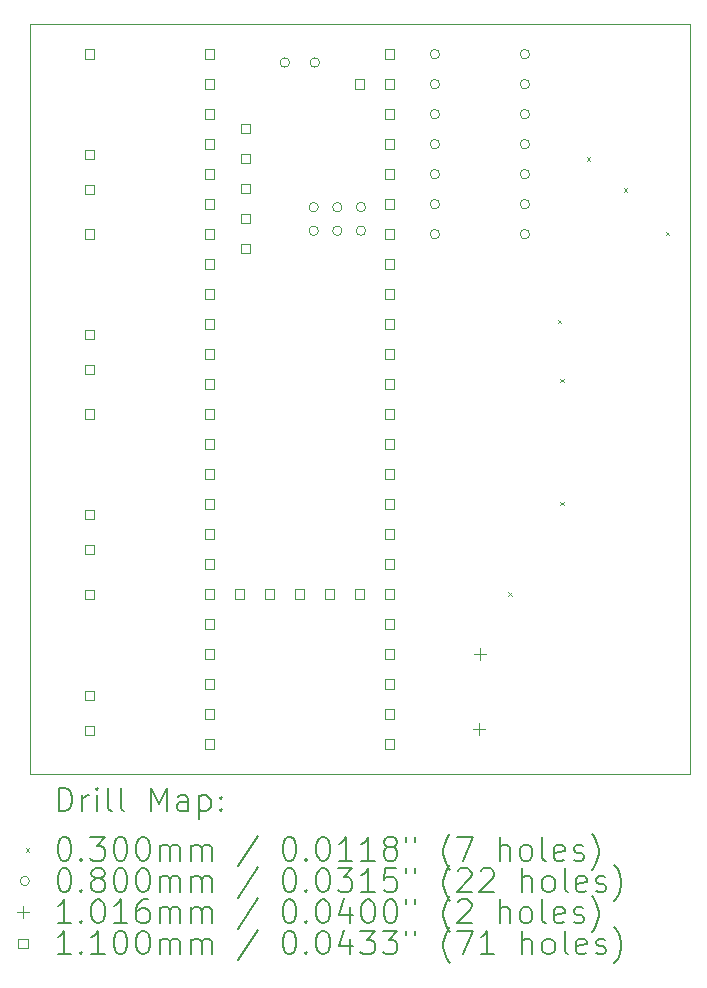
<source format=gbr>
%TF.GenerationSoftware,KiCad,Pcbnew,7.0.2-0*%
%TF.CreationDate,2023-11-13T17:50:50-05:00*%
%TF.ProjectId,Euro Power CV Shield,4575726f-2050-46f7-9765-722043562053,rev?*%
%TF.SameCoordinates,Original*%
%TF.FileFunction,Drillmap*%
%TF.FilePolarity,Positive*%
%FSLAX45Y45*%
G04 Gerber Fmt 4.5, Leading zero omitted, Abs format (unit mm)*
G04 Created by KiCad (PCBNEW 7.0.2-0) date 2023-11-13 17:50:50*
%MOMM*%
%LPD*%
G01*
G04 APERTURE LIST*
%ADD10C,0.050000*%
%ADD11C,0.200000*%
%ADD12C,0.030000*%
%ADD13C,0.080000*%
%ADD14C,0.101600*%
%ADD15C,0.110000*%
G04 APERTURE END LIST*
D10*
X10414000Y-7366000D02*
X16002000Y-7366000D01*
X16002000Y-13716000D01*
X10414000Y-13716000D01*
X10414000Y-7366000D01*
D11*
D12*
X14463000Y-12177000D02*
X14493000Y-12207000D01*
X14493000Y-12177000D02*
X14463000Y-12207000D01*
X14883720Y-9868910D02*
X14913720Y-9898910D01*
X14913720Y-9868910D02*
X14883720Y-9898910D01*
X14904650Y-10368000D02*
X14934650Y-10398000D01*
X14934650Y-10368000D02*
X14904650Y-10398000D01*
X14905550Y-11411170D02*
X14935550Y-11441170D01*
X14935550Y-11411170D02*
X14905550Y-11441170D01*
X15131550Y-8496000D02*
X15161550Y-8526000D01*
X15161550Y-8496000D02*
X15131550Y-8526000D01*
X15442560Y-8754770D02*
X15472560Y-8784770D01*
X15472560Y-8754770D02*
X15442560Y-8784770D01*
X15797880Y-9126230D02*
X15827880Y-9156230D01*
X15827880Y-9126230D02*
X15797880Y-9156230D01*
D13*
X12613000Y-7693000D02*
G75*
G03*
X12613000Y-7693000I-40000J0D01*
G01*
X12858160Y-8917000D02*
G75*
G03*
X12858160Y-8917000I-40000J0D01*
G01*
X12858160Y-9117000D02*
G75*
G03*
X12858160Y-9117000I-40000J0D01*
G01*
X12867000Y-7693000D02*
G75*
G03*
X12867000Y-7693000I-40000J0D01*
G01*
X13058160Y-8917000D02*
G75*
G03*
X13058160Y-8917000I-40000J0D01*
G01*
X13058160Y-9117000D02*
G75*
G03*
X13058160Y-9117000I-40000J0D01*
G01*
X13258160Y-8917000D02*
G75*
G03*
X13258160Y-8917000I-40000J0D01*
G01*
X13258160Y-9117000D02*
G75*
G03*
X13258160Y-9117000I-40000J0D01*
G01*
X13884000Y-7622000D02*
G75*
G03*
X13884000Y-7622000I-40000J0D01*
G01*
X13884000Y-7876000D02*
G75*
G03*
X13884000Y-7876000I-40000J0D01*
G01*
X13884000Y-8130000D02*
G75*
G03*
X13884000Y-8130000I-40000J0D01*
G01*
X13884000Y-8384000D02*
G75*
G03*
X13884000Y-8384000I-40000J0D01*
G01*
X13884000Y-8638000D02*
G75*
G03*
X13884000Y-8638000I-40000J0D01*
G01*
X13884000Y-8892000D02*
G75*
G03*
X13884000Y-8892000I-40000J0D01*
G01*
X13884000Y-9146000D02*
G75*
G03*
X13884000Y-9146000I-40000J0D01*
G01*
X14646000Y-7622000D02*
G75*
G03*
X14646000Y-7622000I-40000J0D01*
G01*
X14646000Y-7876000D02*
G75*
G03*
X14646000Y-7876000I-40000J0D01*
G01*
X14646000Y-8130000D02*
G75*
G03*
X14646000Y-8130000I-40000J0D01*
G01*
X14646000Y-8384000D02*
G75*
G03*
X14646000Y-8384000I-40000J0D01*
G01*
X14646000Y-8638000D02*
G75*
G03*
X14646000Y-8638000I-40000J0D01*
G01*
X14646000Y-8892000D02*
G75*
G03*
X14646000Y-8892000I-40000J0D01*
G01*
X14646000Y-9146000D02*
G75*
G03*
X14646000Y-9146000I-40000J0D01*
G01*
D14*
X14215440Y-13281120D02*
X14215440Y-13382720D01*
X14164640Y-13331920D02*
X14266240Y-13331920D01*
X14224000Y-12649200D02*
X14224000Y-12750800D01*
X14173200Y-12700000D02*
X14274800Y-12700000D01*
D15*
X10960891Y-7658891D02*
X10960891Y-7581109D01*
X10883109Y-7581109D01*
X10883109Y-7658891D01*
X10960891Y-7658891D01*
X10960891Y-8508891D02*
X10960891Y-8431109D01*
X10883109Y-8431109D01*
X10883109Y-8508891D01*
X10960891Y-8508891D01*
X10960891Y-8808891D02*
X10960891Y-8731109D01*
X10883109Y-8731109D01*
X10883109Y-8808891D01*
X10960891Y-8808891D01*
X10960891Y-9182891D02*
X10960891Y-9105109D01*
X10883109Y-9105109D01*
X10883109Y-9182891D01*
X10960891Y-9182891D01*
X10960891Y-10032891D02*
X10960891Y-9955109D01*
X10883109Y-9955109D01*
X10883109Y-10032891D01*
X10960891Y-10032891D01*
X10960891Y-10332891D02*
X10960891Y-10255109D01*
X10883109Y-10255109D01*
X10883109Y-10332891D01*
X10960891Y-10332891D01*
X10960891Y-10706891D02*
X10960891Y-10629109D01*
X10883109Y-10629109D01*
X10883109Y-10706891D01*
X10960891Y-10706891D01*
X10960891Y-11556891D02*
X10960891Y-11479109D01*
X10883109Y-11479109D01*
X10883109Y-11556891D01*
X10960891Y-11556891D01*
X10960891Y-11856891D02*
X10960891Y-11779109D01*
X10883109Y-11779109D01*
X10883109Y-11856891D01*
X10960891Y-11856891D01*
X10960891Y-12238891D02*
X10960891Y-12161109D01*
X10883109Y-12161109D01*
X10883109Y-12238891D01*
X10960891Y-12238891D01*
X10960891Y-13088891D02*
X10960891Y-13011109D01*
X10883109Y-13011109D01*
X10883109Y-13088891D01*
X10960891Y-13088891D01*
X10960891Y-13388891D02*
X10960891Y-13311109D01*
X10883109Y-13311109D01*
X10883109Y-13388891D01*
X10960891Y-13388891D01*
X11976891Y-7658891D02*
X11976891Y-7581109D01*
X11899109Y-7581109D01*
X11899109Y-7658891D01*
X11976891Y-7658891D01*
X11976891Y-7912891D02*
X11976891Y-7835109D01*
X11899109Y-7835109D01*
X11899109Y-7912891D01*
X11976891Y-7912891D01*
X11976891Y-8166891D02*
X11976891Y-8089109D01*
X11899109Y-8089109D01*
X11899109Y-8166891D01*
X11976891Y-8166891D01*
X11976891Y-8420891D02*
X11976891Y-8343109D01*
X11899109Y-8343109D01*
X11899109Y-8420891D01*
X11976891Y-8420891D01*
X11976891Y-8674891D02*
X11976891Y-8597109D01*
X11899109Y-8597109D01*
X11899109Y-8674891D01*
X11976891Y-8674891D01*
X11976891Y-8928891D02*
X11976891Y-8851109D01*
X11899109Y-8851109D01*
X11899109Y-8928891D01*
X11976891Y-8928891D01*
X11976891Y-9182891D02*
X11976891Y-9105109D01*
X11899109Y-9105109D01*
X11899109Y-9182891D01*
X11976891Y-9182891D01*
X11976891Y-9436891D02*
X11976891Y-9359109D01*
X11899109Y-9359109D01*
X11899109Y-9436891D01*
X11976891Y-9436891D01*
X11976891Y-9690891D02*
X11976891Y-9613109D01*
X11899109Y-9613109D01*
X11899109Y-9690891D01*
X11976891Y-9690891D01*
X11976891Y-9944891D02*
X11976891Y-9867109D01*
X11899109Y-9867109D01*
X11899109Y-9944891D01*
X11976891Y-9944891D01*
X11976891Y-10198891D02*
X11976891Y-10121109D01*
X11899109Y-10121109D01*
X11899109Y-10198891D01*
X11976891Y-10198891D01*
X11976891Y-10452891D02*
X11976891Y-10375109D01*
X11899109Y-10375109D01*
X11899109Y-10452891D01*
X11976891Y-10452891D01*
X11976891Y-10706891D02*
X11976891Y-10629109D01*
X11899109Y-10629109D01*
X11899109Y-10706891D01*
X11976891Y-10706891D01*
X11976891Y-10960891D02*
X11976891Y-10883109D01*
X11899109Y-10883109D01*
X11899109Y-10960891D01*
X11976891Y-10960891D01*
X11976891Y-11214891D02*
X11976891Y-11137109D01*
X11899109Y-11137109D01*
X11899109Y-11214891D01*
X11976891Y-11214891D01*
X11976891Y-11468891D02*
X11976891Y-11391109D01*
X11899109Y-11391109D01*
X11899109Y-11468891D01*
X11976891Y-11468891D01*
X11976891Y-11722891D02*
X11976891Y-11645109D01*
X11899109Y-11645109D01*
X11899109Y-11722891D01*
X11976891Y-11722891D01*
X11976891Y-11976891D02*
X11976891Y-11899109D01*
X11899109Y-11899109D01*
X11899109Y-11976891D01*
X11976891Y-11976891D01*
X11976891Y-12230891D02*
X11976891Y-12153109D01*
X11899109Y-12153109D01*
X11899109Y-12230891D01*
X11976891Y-12230891D01*
X11976891Y-12484891D02*
X11976891Y-12407109D01*
X11899109Y-12407109D01*
X11899109Y-12484891D01*
X11976891Y-12484891D01*
X11976891Y-12738891D02*
X11976891Y-12661109D01*
X11899109Y-12661109D01*
X11899109Y-12738891D01*
X11976891Y-12738891D01*
X11976891Y-12992891D02*
X11976891Y-12915109D01*
X11899109Y-12915109D01*
X11899109Y-12992891D01*
X11976891Y-12992891D01*
X11976891Y-13246891D02*
X11976891Y-13169109D01*
X11899109Y-13169109D01*
X11899109Y-13246891D01*
X11976891Y-13246891D01*
X11976891Y-13500891D02*
X11976891Y-13423109D01*
X11899109Y-13423109D01*
X11899109Y-13500891D01*
X11976891Y-13500891D01*
X12230891Y-12230891D02*
X12230891Y-12153109D01*
X12153109Y-12153109D01*
X12153109Y-12230891D01*
X12230891Y-12230891D01*
X12281971Y-8288811D02*
X12281971Y-8211029D01*
X12204189Y-8211029D01*
X12204189Y-8288811D01*
X12281971Y-8288811D01*
X12281971Y-8542811D02*
X12281971Y-8465029D01*
X12204189Y-8465029D01*
X12204189Y-8542811D01*
X12281971Y-8542811D01*
X12281971Y-8796811D02*
X12281971Y-8719029D01*
X12204189Y-8719029D01*
X12204189Y-8796811D01*
X12281971Y-8796811D01*
X12281971Y-9050811D02*
X12281971Y-8973029D01*
X12204189Y-8973029D01*
X12204189Y-9050811D01*
X12281971Y-9050811D01*
X12281971Y-9304811D02*
X12281971Y-9227029D01*
X12204189Y-9227029D01*
X12204189Y-9304811D01*
X12281971Y-9304811D01*
X12484891Y-12230891D02*
X12484891Y-12153109D01*
X12407109Y-12153109D01*
X12407109Y-12230891D01*
X12484891Y-12230891D01*
X12738891Y-12230891D02*
X12738891Y-12153109D01*
X12661109Y-12153109D01*
X12661109Y-12230891D01*
X12738891Y-12230891D01*
X12992891Y-12230891D02*
X12992891Y-12153109D01*
X12915109Y-12153109D01*
X12915109Y-12230891D01*
X12992891Y-12230891D01*
X13246891Y-7912891D02*
X13246891Y-7835109D01*
X13169109Y-7835109D01*
X13169109Y-7912891D01*
X13246891Y-7912891D01*
X13246891Y-12230891D02*
X13246891Y-12153109D01*
X13169109Y-12153109D01*
X13169109Y-12230891D01*
X13246891Y-12230891D01*
X13500891Y-7658891D02*
X13500891Y-7581109D01*
X13423109Y-7581109D01*
X13423109Y-7658891D01*
X13500891Y-7658891D01*
X13500891Y-7912891D02*
X13500891Y-7835109D01*
X13423109Y-7835109D01*
X13423109Y-7912891D01*
X13500891Y-7912891D01*
X13500891Y-8166891D02*
X13500891Y-8089109D01*
X13423109Y-8089109D01*
X13423109Y-8166891D01*
X13500891Y-8166891D01*
X13500891Y-8420891D02*
X13500891Y-8343109D01*
X13423109Y-8343109D01*
X13423109Y-8420891D01*
X13500891Y-8420891D01*
X13500891Y-8674891D02*
X13500891Y-8597109D01*
X13423109Y-8597109D01*
X13423109Y-8674891D01*
X13500891Y-8674891D01*
X13500891Y-8928891D02*
X13500891Y-8851109D01*
X13423109Y-8851109D01*
X13423109Y-8928891D01*
X13500891Y-8928891D01*
X13500891Y-9182891D02*
X13500891Y-9105109D01*
X13423109Y-9105109D01*
X13423109Y-9182891D01*
X13500891Y-9182891D01*
X13500891Y-9436891D02*
X13500891Y-9359109D01*
X13423109Y-9359109D01*
X13423109Y-9436891D01*
X13500891Y-9436891D01*
X13500891Y-9690891D02*
X13500891Y-9613109D01*
X13423109Y-9613109D01*
X13423109Y-9690891D01*
X13500891Y-9690891D01*
X13500891Y-9944891D02*
X13500891Y-9867109D01*
X13423109Y-9867109D01*
X13423109Y-9944891D01*
X13500891Y-9944891D01*
X13500891Y-10198891D02*
X13500891Y-10121109D01*
X13423109Y-10121109D01*
X13423109Y-10198891D01*
X13500891Y-10198891D01*
X13500891Y-10452891D02*
X13500891Y-10375109D01*
X13423109Y-10375109D01*
X13423109Y-10452891D01*
X13500891Y-10452891D01*
X13500891Y-10706891D02*
X13500891Y-10629109D01*
X13423109Y-10629109D01*
X13423109Y-10706891D01*
X13500891Y-10706891D01*
X13500891Y-10960891D02*
X13500891Y-10883109D01*
X13423109Y-10883109D01*
X13423109Y-10960891D01*
X13500891Y-10960891D01*
X13500891Y-11214891D02*
X13500891Y-11137109D01*
X13423109Y-11137109D01*
X13423109Y-11214891D01*
X13500891Y-11214891D01*
X13500891Y-11468891D02*
X13500891Y-11391109D01*
X13423109Y-11391109D01*
X13423109Y-11468891D01*
X13500891Y-11468891D01*
X13500891Y-11722891D02*
X13500891Y-11645109D01*
X13423109Y-11645109D01*
X13423109Y-11722891D01*
X13500891Y-11722891D01*
X13500891Y-11976891D02*
X13500891Y-11899109D01*
X13423109Y-11899109D01*
X13423109Y-11976891D01*
X13500891Y-11976891D01*
X13500891Y-12230891D02*
X13500891Y-12153109D01*
X13423109Y-12153109D01*
X13423109Y-12230891D01*
X13500891Y-12230891D01*
X13500891Y-12484891D02*
X13500891Y-12407109D01*
X13423109Y-12407109D01*
X13423109Y-12484891D01*
X13500891Y-12484891D01*
X13500891Y-12738891D02*
X13500891Y-12661109D01*
X13423109Y-12661109D01*
X13423109Y-12738891D01*
X13500891Y-12738891D01*
X13500891Y-12992891D02*
X13500891Y-12915109D01*
X13423109Y-12915109D01*
X13423109Y-12992891D01*
X13500891Y-12992891D01*
X13500891Y-13246891D02*
X13500891Y-13169109D01*
X13423109Y-13169109D01*
X13423109Y-13246891D01*
X13500891Y-13246891D01*
X13500891Y-13500891D02*
X13500891Y-13423109D01*
X13423109Y-13423109D01*
X13423109Y-13500891D01*
X13500891Y-13500891D01*
D11*
X10659119Y-14031024D02*
X10659119Y-13831024D01*
X10659119Y-13831024D02*
X10706738Y-13831024D01*
X10706738Y-13831024D02*
X10735310Y-13840548D01*
X10735310Y-13840548D02*
X10754357Y-13859595D01*
X10754357Y-13859595D02*
X10763881Y-13878643D01*
X10763881Y-13878643D02*
X10773405Y-13916738D01*
X10773405Y-13916738D02*
X10773405Y-13945309D01*
X10773405Y-13945309D02*
X10763881Y-13983405D01*
X10763881Y-13983405D02*
X10754357Y-14002452D01*
X10754357Y-14002452D02*
X10735310Y-14021500D01*
X10735310Y-14021500D02*
X10706738Y-14031024D01*
X10706738Y-14031024D02*
X10659119Y-14031024D01*
X10859119Y-14031024D02*
X10859119Y-13897690D01*
X10859119Y-13935786D02*
X10868643Y-13916738D01*
X10868643Y-13916738D02*
X10878167Y-13907214D01*
X10878167Y-13907214D02*
X10897214Y-13897690D01*
X10897214Y-13897690D02*
X10916262Y-13897690D01*
X10982929Y-14031024D02*
X10982929Y-13897690D01*
X10982929Y-13831024D02*
X10973405Y-13840548D01*
X10973405Y-13840548D02*
X10982929Y-13850071D01*
X10982929Y-13850071D02*
X10992452Y-13840548D01*
X10992452Y-13840548D02*
X10982929Y-13831024D01*
X10982929Y-13831024D02*
X10982929Y-13850071D01*
X11106738Y-14031024D02*
X11087690Y-14021500D01*
X11087690Y-14021500D02*
X11078167Y-14002452D01*
X11078167Y-14002452D02*
X11078167Y-13831024D01*
X11211500Y-14031024D02*
X11192452Y-14021500D01*
X11192452Y-14021500D02*
X11182929Y-14002452D01*
X11182929Y-14002452D02*
X11182929Y-13831024D01*
X11440071Y-14031024D02*
X11440071Y-13831024D01*
X11440071Y-13831024D02*
X11506738Y-13973881D01*
X11506738Y-13973881D02*
X11573405Y-13831024D01*
X11573405Y-13831024D02*
X11573405Y-14031024D01*
X11754357Y-14031024D02*
X11754357Y-13926262D01*
X11754357Y-13926262D02*
X11744833Y-13907214D01*
X11744833Y-13907214D02*
X11725786Y-13897690D01*
X11725786Y-13897690D02*
X11687690Y-13897690D01*
X11687690Y-13897690D02*
X11668643Y-13907214D01*
X11754357Y-14021500D02*
X11735309Y-14031024D01*
X11735309Y-14031024D02*
X11687690Y-14031024D01*
X11687690Y-14031024D02*
X11668643Y-14021500D01*
X11668643Y-14021500D02*
X11659119Y-14002452D01*
X11659119Y-14002452D02*
X11659119Y-13983405D01*
X11659119Y-13983405D02*
X11668643Y-13964357D01*
X11668643Y-13964357D02*
X11687690Y-13954833D01*
X11687690Y-13954833D02*
X11735309Y-13954833D01*
X11735309Y-13954833D02*
X11754357Y-13945309D01*
X11849595Y-13897690D02*
X11849595Y-14097690D01*
X11849595Y-13907214D02*
X11868643Y-13897690D01*
X11868643Y-13897690D02*
X11906738Y-13897690D01*
X11906738Y-13897690D02*
X11925786Y-13907214D01*
X11925786Y-13907214D02*
X11935309Y-13916738D01*
X11935309Y-13916738D02*
X11944833Y-13935786D01*
X11944833Y-13935786D02*
X11944833Y-13992928D01*
X11944833Y-13992928D02*
X11935309Y-14011976D01*
X11935309Y-14011976D02*
X11925786Y-14021500D01*
X11925786Y-14021500D02*
X11906738Y-14031024D01*
X11906738Y-14031024D02*
X11868643Y-14031024D01*
X11868643Y-14031024D02*
X11849595Y-14021500D01*
X12030548Y-14011976D02*
X12040071Y-14021500D01*
X12040071Y-14021500D02*
X12030548Y-14031024D01*
X12030548Y-14031024D02*
X12021024Y-14021500D01*
X12021024Y-14021500D02*
X12030548Y-14011976D01*
X12030548Y-14011976D02*
X12030548Y-14031024D01*
X12030548Y-13907214D02*
X12040071Y-13916738D01*
X12040071Y-13916738D02*
X12030548Y-13926262D01*
X12030548Y-13926262D02*
X12021024Y-13916738D01*
X12021024Y-13916738D02*
X12030548Y-13907214D01*
X12030548Y-13907214D02*
X12030548Y-13926262D01*
D12*
X10381500Y-14343500D02*
X10411500Y-14373500D01*
X10411500Y-14343500D02*
X10381500Y-14373500D01*
D11*
X10697214Y-14251024D02*
X10716262Y-14251024D01*
X10716262Y-14251024D02*
X10735310Y-14260548D01*
X10735310Y-14260548D02*
X10744833Y-14270071D01*
X10744833Y-14270071D02*
X10754357Y-14289119D01*
X10754357Y-14289119D02*
X10763881Y-14327214D01*
X10763881Y-14327214D02*
X10763881Y-14374833D01*
X10763881Y-14374833D02*
X10754357Y-14412928D01*
X10754357Y-14412928D02*
X10744833Y-14431976D01*
X10744833Y-14431976D02*
X10735310Y-14441500D01*
X10735310Y-14441500D02*
X10716262Y-14451024D01*
X10716262Y-14451024D02*
X10697214Y-14451024D01*
X10697214Y-14451024D02*
X10678167Y-14441500D01*
X10678167Y-14441500D02*
X10668643Y-14431976D01*
X10668643Y-14431976D02*
X10659119Y-14412928D01*
X10659119Y-14412928D02*
X10649595Y-14374833D01*
X10649595Y-14374833D02*
X10649595Y-14327214D01*
X10649595Y-14327214D02*
X10659119Y-14289119D01*
X10659119Y-14289119D02*
X10668643Y-14270071D01*
X10668643Y-14270071D02*
X10678167Y-14260548D01*
X10678167Y-14260548D02*
X10697214Y-14251024D01*
X10849595Y-14431976D02*
X10859119Y-14441500D01*
X10859119Y-14441500D02*
X10849595Y-14451024D01*
X10849595Y-14451024D02*
X10840071Y-14441500D01*
X10840071Y-14441500D02*
X10849595Y-14431976D01*
X10849595Y-14431976D02*
X10849595Y-14451024D01*
X10925786Y-14251024D02*
X11049595Y-14251024D01*
X11049595Y-14251024D02*
X10982929Y-14327214D01*
X10982929Y-14327214D02*
X11011500Y-14327214D01*
X11011500Y-14327214D02*
X11030548Y-14336738D01*
X11030548Y-14336738D02*
X11040071Y-14346262D01*
X11040071Y-14346262D02*
X11049595Y-14365309D01*
X11049595Y-14365309D02*
X11049595Y-14412928D01*
X11049595Y-14412928D02*
X11040071Y-14431976D01*
X11040071Y-14431976D02*
X11030548Y-14441500D01*
X11030548Y-14441500D02*
X11011500Y-14451024D01*
X11011500Y-14451024D02*
X10954357Y-14451024D01*
X10954357Y-14451024D02*
X10935310Y-14441500D01*
X10935310Y-14441500D02*
X10925786Y-14431976D01*
X11173405Y-14251024D02*
X11192452Y-14251024D01*
X11192452Y-14251024D02*
X11211500Y-14260548D01*
X11211500Y-14260548D02*
X11221024Y-14270071D01*
X11221024Y-14270071D02*
X11230548Y-14289119D01*
X11230548Y-14289119D02*
X11240071Y-14327214D01*
X11240071Y-14327214D02*
X11240071Y-14374833D01*
X11240071Y-14374833D02*
X11230548Y-14412928D01*
X11230548Y-14412928D02*
X11221024Y-14431976D01*
X11221024Y-14431976D02*
X11211500Y-14441500D01*
X11211500Y-14441500D02*
X11192452Y-14451024D01*
X11192452Y-14451024D02*
X11173405Y-14451024D01*
X11173405Y-14451024D02*
X11154357Y-14441500D01*
X11154357Y-14441500D02*
X11144833Y-14431976D01*
X11144833Y-14431976D02*
X11135310Y-14412928D01*
X11135310Y-14412928D02*
X11125786Y-14374833D01*
X11125786Y-14374833D02*
X11125786Y-14327214D01*
X11125786Y-14327214D02*
X11135310Y-14289119D01*
X11135310Y-14289119D02*
X11144833Y-14270071D01*
X11144833Y-14270071D02*
X11154357Y-14260548D01*
X11154357Y-14260548D02*
X11173405Y-14251024D01*
X11363881Y-14251024D02*
X11382929Y-14251024D01*
X11382929Y-14251024D02*
X11401976Y-14260548D01*
X11401976Y-14260548D02*
X11411500Y-14270071D01*
X11411500Y-14270071D02*
X11421024Y-14289119D01*
X11421024Y-14289119D02*
X11430548Y-14327214D01*
X11430548Y-14327214D02*
X11430548Y-14374833D01*
X11430548Y-14374833D02*
X11421024Y-14412928D01*
X11421024Y-14412928D02*
X11411500Y-14431976D01*
X11411500Y-14431976D02*
X11401976Y-14441500D01*
X11401976Y-14441500D02*
X11382929Y-14451024D01*
X11382929Y-14451024D02*
X11363881Y-14451024D01*
X11363881Y-14451024D02*
X11344833Y-14441500D01*
X11344833Y-14441500D02*
X11335309Y-14431976D01*
X11335309Y-14431976D02*
X11325786Y-14412928D01*
X11325786Y-14412928D02*
X11316262Y-14374833D01*
X11316262Y-14374833D02*
X11316262Y-14327214D01*
X11316262Y-14327214D02*
X11325786Y-14289119D01*
X11325786Y-14289119D02*
X11335309Y-14270071D01*
X11335309Y-14270071D02*
X11344833Y-14260548D01*
X11344833Y-14260548D02*
X11363881Y-14251024D01*
X11516262Y-14451024D02*
X11516262Y-14317690D01*
X11516262Y-14336738D02*
X11525786Y-14327214D01*
X11525786Y-14327214D02*
X11544833Y-14317690D01*
X11544833Y-14317690D02*
X11573405Y-14317690D01*
X11573405Y-14317690D02*
X11592452Y-14327214D01*
X11592452Y-14327214D02*
X11601976Y-14346262D01*
X11601976Y-14346262D02*
X11601976Y-14451024D01*
X11601976Y-14346262D02*
X11611500Y-14327214D01*
X11611500Y-14327214D02*
X11630548Y-14317690D01*
X11630548Y-14317690D02*
X11659119Y-14317690D01*
X11659119Y-14317690D02*
X11678167Y-14327214D01*
X11678167Y-14327214D02*
X11687690Y-14346262D01*
X11687690Y-14346262D02*
X11687690Y-14451024D01*
X11782929Y-14451024D02*
X11782929Y-14317690D01*
X11782929Y-14336738D02*
X11792452Y-14327214D01*
X11792452Y-14327214D02*
X11811500Y-14317690D01*
X11811500Y-14317690D02*
X11840071Y-14317690D01*
X11840071Y-14317690D02*
X11859119Y-14327214D01*
X11859119Y-14327214D02*
X11868643Y-14346262D01*
X11868643Y-14346262D02*
X11868643Y-14451024D01*
X11868643Y-14346262D02*
X11878167Y-14327214D01*
X11878167Y-14327214D02*
X11897214Y-14317690D01*
X11897214Y-14317690D02*
X11925786Y-14317690D01*
X11925786Y-14317690D02*
X11944833Y-14327214D01*
X11944833Y-14327214D02*
X11954357Y-14346262D01*
X11954357Y-14346262D02*
X11954357Y-14451024D01*
X12344833Y-14241500D02*
X12173405Y-14498643D01*
X12601976Y-14251024D02*
X12621024Y-14251024D01*
X12621024Y-14251024D02*
X12640072Y-14260548D01*
X12640072Y-14260548D02*
X12649595Y-14270071D01*
X12649595Y-14270071D02*
X12659119Y-14289119D01*
X12659119Y-14289119D02*
X12668643Y-14327214D01*
X12668643Y-14327214D02*
X12668643Y-14374833D01*
X12668643Y-14374833D02*
X12659119Y-14412928D01*
X12659119Y-14412928D02*
X12649595Y-14431976D01*
X12649595Y-14431976D02*
X12640072Y-14441500D01*
X12640072Y-14441500D02*
X12621024Y-14451024D01*
X12621024Y-14451024D02*
X12601976Y-14451024D01*
X12601976Y-14451024D02*
X12582929Y-14441500D01*
X12582929Y-14441500D02*
X12573405Y-14431976D01*
X12573405Y-14431976D02*
X12563881Y-14412928D01*
X12563881Y-14412928D02*
X12554357Y-14374833D01*
X12554357Y-14374833D02*
X12554357Y-14327214D01*
X12554357Y-14327214D02*
X12563881Y-14289119D01*
X12563881Y-14289119D02*
X12573405Y-14270071D01*
X12573405Y-14270071D02*
X12582929Y-14260548D01*
X12582929Y-14260548D02*
X12601976Y-14251024D01*
X12754357Y-14431976D02*
X12763881Y-14441500D01*
X12763881Y-14441500D02*
X12754357Y-14451024D01*
X12754357Y-14451024D02*
X12744833Y-14441500D01*
X12744833Y-14441500D02*
X12754357Y-14431976D01*
X12754357Y-14431976D02*
X12754357Y-14451024D01*
X12887691Y-14251024D02*
X12906738Y-14251024D01*
X12906738Y-14251024D02*
X12925786Y-14260548D01*
X12925786Y-14260548D02*
X12935310Y-14270071D01*
X12935310Y-14270071D02*
X12944833Y-14289119D01*
X12944833Y-14289119D02*
X12954357Y-14327214D01*
X12954357Y-14327214D02*
X12954357Y-14374833D01*
X12954357Y-14374833D02*
X12944833Y-14412928D01*
X12944833Y-14412928D02*
X12935310Y-14431976D01*
X12935310Y-14431976D02*
X12925786Y-14441500D01*
X12925786Y-14441500D02*
X12906738Y-14451024D01*
X12906738Y-14451024D02*
X12887691Y-14451024D01*
X12887691Y-14451024D02*
X12868643Y-14441500D01*
X12868643Y-14441500D02*
X12859119Y-14431976D01*
X12859119Y-14431976D02*
X12849595Y-14412928D01*
X12849595Y-14412928D02*
X12840072Y-14374833D01*
X12840072Y-14374833D02*
X12840072Y-14327214D01*
X12840072Y-14327214D02*
X12849595Y-14289119D01*
X12849595Y-14289119D02*
X12859119Y-14270071D01*
X12859119Y-14270071D02*
X12868643Y-14260548D01*
X12868643Y-14260548D02*
X12887691Y-14251024D01*
X13144833Y-14451024D02*
X13030548Y-14451024D01*
X13087691Y-14451024D02*
X13087691Y-14251024D01*
X13087691Y-14251024D02*
X13068643Y-14279595D01*
X13068643Y-14279595D02*
X13049595Y-14298643D01*
X13049595Y-14298643D02*
X13030548Y-14308167D01*
X13335310Y-14451024D02*
X13221024Y-14451024D01*
X13278167Y-14451024D02*
X13278167Y-14251024D01*
X13278167Y-14251024D02*
X13259119Y-14279595D01*
X13259119Y-14279595D02*
X13240072Y-14298643D01*
X13240072Y-14298643D02*
X13221024Y-14308167D01*
X13449595Y-14336738D02*
X13430548Y-14327214D01*
X13430548Y-14327214D02*
X13421024Y-14317690D01*
X13421024Y-14317690D02*
X13411500Y-14298643D01*
X13411500Y-14298643D02*
X13411500Y-14289119D01*
X13411500Y-14289119D02*
X13421024Y-14270071D01*
X13421024Y-14270071D02*
X13430548Y-14260548D01*
X13430548Y-14260548D02*
X13449595Y-14251024D01*
X13449595Y-14251024D02*
X13487691Y-14251024D01*
X13487691Y-14251024D02*
X13506738Y-14260548D01*
X13506738Y-14260548D02*
X13516262Y-14270071D01*
X13516262Y-14270071D02*
X13525786Y-14289119D01*
X13525786Y-14289119D02*
X13525786Y-14298643D01*
X13525786Y-14298643D02*
X13516262Y-14317690D01*
X13516262Y-14317690D02*
X13506738Y-14327214D01*
X13506738Y-14327214D02*
X13487691Y-14336738D01*
X13487691Y-14336738D02*
X13449595Y-14336738D01*
X13449595Y-14336738D02*
X13430548Y-14346262D01*
X13430548Y-14346262D02*
X13421024Y-14355786D01*
X13421024Y-14355786D02*
X13411500Y-14374833D01*
X13411500Y-14374833D02*
X13411500Y-14412928D01*
X13411500Y-14412928D02*
X13421024Y-14431976D01*
X13421024Y-14431976D02*
X13430548Y-14441500D01*
X13430548Y-14441500D02*
X13449595Y-14451024D01*
X13449595Y-14451024D02*
X13487691Y-14451024D01*
X13487691Y-14451024D02*
X13506738Y-14441500D01*
X13506738Y-14441500D02*
X13516262Y-14431976D01*
X13516262Y-14431976D02*
X13525786Y-14412928D01*
X13525786Y-14412928D02*
X13525786Y-14374833D01*
X13525786Y-14374833D02*
X13516262Y-14355786D01*
X13516262Y-14355786D02*
X13506738Y-14346262D01*
X13506738Y-14346262D02*
X13487691Y-14336738D01*
X13601976Y-14251024D02*
X13601976Y-14289119D01*
X13678167Y-14251024D02*
X13678167Y-14289119D01*
X13973405Y-14527214D02*
X13963881Y-14517690D01*
X13963881Y-14517690D02*
X13944834Y-14489119D01*
X13944834Y-14489119D02*
X13935310Y-14470071D01*
X13935310Y-14470071D02*
X13925786Y-14441500D01*
X13925786Y-14441500D02*
X13916262Y-14393881D01*
X13916262Y-14393881D02*
X13916262Y-14355786D01*
X13916262Y-14355786D02*
X13925786Y-14308167D01*
X13925786Y-14308167D02*
X13935310Y-14279595D01*
X13935310Y-14279595D02*
X13944834Y-14260548D01*
X13944834Y-14260548D02*
X13963881Y-14231976D01*
X13963881Y-14231976D02*
X13973405Y-14222452D01*
X14030548Y-14251024D02*
X14163881Y-14251024D01*
X14163881Y-14251024D02*
X14078167Y-14451024D01*
X14392453Y-14451024D02*
X14392453Y-14251024D01*
X14478167Y-14451024D02*
X14478167Y-14346262D01*
X14478167Y-14346262D02*
X14468643Y-14327214D01*
X14468643Y-14327214D02*
X14449596Y-14317690D01*
X14449596Y-14317690D02*
X14421024Y-14317690D01*
X14421024Y-14317690D02*
X14401976Y-14327214D01*
X14401976Y-14327214D02*
X14392453Y-14336738D01*
X14601976Y-14451024D02*
X14582929Y-14441500D01*
X14582929Y-14441500D02*
X14573405Y-14431976D01*
X14573405Y-14431976D02*
X14563881Y-14412928D01*
X14563881Y-14412928D02*
X14563881Y-14355786D01*
X14563881Y-14355786D02*
X14573405Y-14336738D01*
X14573405Y-14336738D02*
X14582929Y-14327214D01*
X14582929Y-14327214D02*
X14601976Y-14317690D01*
X14601976Y-14317690D02*
X14630548Y-14317690D01*
X14630548Y-14317690D02*
X14649596Y-14327214D01*
X14649596Y-14327214D02*
X14659119Y-14336738D01*
X14659119Y-14336738D02*
X14668643Y-14355786D01*
X14668643Y-14355786D02*
X14668643Y-14412928D01*
X14668643Y-14412928D02*
X14659119Y-14431976D01*
X14659119Y-14431976D02*
X14649596Y-14441500D01*
X14649596Y-14441500D02*
X14630548Y-14451024D01*
X14630548Y-14451024D02*
X14601976Y-14451024D01*
X14782929Y-14451024D02*
X14763881Y-14441500D01*
X14763881Y-14441500D02*
X14754357Y-14422452D01*
X14754357Y-14422452D02*
X14754357Y-14251024D01*
X14935310Y-14441500D02*
X14916262Y-14451024D01*
X14916262Y-14451024D02*
X14878167Y-14451024D01*
X14878167Y-14451024D02*
X14859119Y-14441500D01*
X14859119Y-14441500D02*
X14849596Y-14422452D01*
X14849596Y-14422452D02*
X14849596Y-14346262D01*
X14849596Y-14346262D02*
X14859119Y-14327214D01*
X14859119Y-14327214D02*
X14878167Y-14317690D01*
X14878167Y-14317690D02*
X14916262Y-14317690D01*
X14916262Y-14317690D02*
X14935310Y-14327214D01*
X14935310Y-14327214D02*
X14944834Y-14346262D01*
X14944834Y-14346262D02*
X14944834Y-14365309D01*
X14944834Y-14365309D02*
X14849596Y-14384357D01*
X15021024Y-14441500D02*
X15040072Y-14451024D01*
X15040072Y-14451024D02*
X15078167Y-14451024D01*
X15078167Y-14451024D02*
X15097215Y-14441500D01*
X15097215Y-14441500D02*
X15106738Y-14422452D01*
X15106738Y-14422452D02*
X15106738Y-14412928D01*
X15106738Y-14412928D02*
X15097215Y-14393881D01*
X15097215Y-14393881D02*
X15078167Y-14384357D01*
X15078167Y-14384357D02*
X15049596Y-14384357D01*
X15049596Y-14384357D02*
X15030548Y-14374833D01*
X15030548Y-14374833D02*
X15021024Y-14355786D01*
X15021024Y-14355786D02*
X15021024Y-14346262D01*
X15021024Y-14346262D02*
X15030548Y-14327214D01*
X15030548Y-14327214D02*
X15049596Y-14317690D01*
X15049596Y-14317690D02*
X15078167Y-14317690D01*
X15078167Y-14317690D02*
X15097215Y-14327214D01*
X15173405Y-14527214D02*
X15182929Y-14517690D01*
X15182929Y-14517690D02*
X15201977Y-14489119D01*
X15201977Y-14489119D02*
X15211500Y-14470071D01*
X15211500Y-14470071D02*
X15221024Y-14441500D01*
X15221024Y-14441500D02*
X15230548Y-14393881D01*
X15230548Y-14393881D02*
X15230548Y-14355786D01*
X15230548Y-14355786D02*
X15221024Y-14308167D01*
X15221024Y-14308167D02*
X15211500Y-14279595D01*
X15211500Y-14279595D02*
X15201977Y-14260548D01*
X15201977Y-14260548D02*
X15182929Y-14231976D01*
X15182929Y-14231976D02*
X15173405Y-14222452D01*
D13*
X10411500Y-14622500D02*
G75*
G03*
X10411500Y-14622500I-40000J0D01*
G01*
D11*
X10697214Y-14515024D02*
X10716262Y-14515024D01*
X10716262Y-14515024D02*
X10735310Y-14524548D01*
X10735310Y-14524548D02*
X10744833Y-14534071D01*
X10744833Y-14534071D02*
X10754357Y-14553119D01*
X10754357Y-14553119D02*
X10763881Y-14591214D01*
X10763881Y-14591214D02*
X10763881Y-14638833D01*
X10763881Y-14638833D02*
X10754357Y-14676928D01*
X10754357Y-14676928D02*
X10744833Y-14695976D01*
X10744833Y-14695976D02*
X10735310Y-14705500D01*
X10735310Y-14705500D02*
X10716262Y-14715024D01*
X10716262Y-14715024D02*
X10697214Y-14715024D01*
X10697214Y-14715024D02*
X10678167Y-14705500D01*
X10678167Y-14705500D02*
X10668643Y-14695976D01*
X10668643Y-14695976D02*
X10659119Y-14676928D01*
X10659119Y-14676928D02*
X10649595Y-14638833D01*
X10649595Y-14638833D02*
X10649595Y-14591214D01*
X10649595Y-14591214D02*
X10659119Y-14553119D01*
X10659119Y-14553119D02*
X10668643Y-14534071D01*
X10668643Y-14534071D02*
X10678167Y-14524548D01*
X10678167Y-14524548D02*
X10697214Y-14515024D01*
X10849595Y-14695976D02*
X10859119Y-14705500D01*
X10859119Y-14705500D02*
X10849595Y-14715024D01*
X10849595Y-14715024D02*
X10840071Y-14705500D01*
X10840071Y-14705500D02*
X10849595Y-14695976D01*
X10849595Y-14695976D02*
X10849595Y-14715024D01*
X10973405Y-14600738D02*
X10954357Y-14591214D01*
X10954357Y-14591214D02*
X10944833Y-14581690D01*
X10944833Y-14581690D02*
X10935310Y-14562643D01*
X10935310Y-14562643D02*
X10935310Y-14553119D01*
X10935310Y-14553119D02*
X10944833Y-14534071D01*
X10944833Y-14534071D02*
X10954357Y-14524548D01*
X10954357Y-14524548D02*
X10973405Y-14515024D01*
X10973405Y-14515024D02*
X11011500Y-14515024D01*
X11011500Y-14515024D02*
X11030548Y-14524548D01*
X11030548Y-14524548D02*
X11040071Y-14534071D01*
X11040071Y-14534071D02*
X11049595Y-14553119D01*
X11049595Y-14553119D02*
X11049595Y-14562643D01*
X11049595Y-14562643D02*
X11040071Y-14581690D01*
X11040071Y-14581690D02*
X11030548Y-14591214D01*
X11030548Y-14591214D02*
X11011500Y-14600738D01*
X11011500Y-14600738D02*
X10973405Y-14600738D01*
X10973405Y-14600738D02*
X10954357Y-14610262D01*
X10954357Y-14610262D02*
X10944833Y-14619786D01*
X10944833Y-14619786D02*
X10935310Y-14638833D01*
X10935310Y-14638833D02*
X10935310Y-14676928D01*
X10935310Y-14676928D02*
X10944833Y-14695976D01*
X10944833Y-14695976D02*
X10954357Y-14705500D01*
X10954357Y-14705500D02*
X10973405Y-14715024D01*
X10973405Y-14715024D02*
X11011500Y-14715024D01*
X11011500Y-14715024D02*
X11030548Y-14705500D01*
X11030548Y-14705500D02*
X11040071Y-14695976D01*
X11040071Y-14695976D02*
X11049595Y-14676928D01*
X11049595Y-14676928D02*
X11049595Y-14638833D01*
X11049595Y-14638833D02*
X11040071Y-14619786D01*
X11040071Y-14619786D02*
X11030548Y-14610262D01*
X11030548Y-14610262D02*
X11011500Y-14600738D01*
X11173405Y-14515024D02*
X11192452Y-14515024D01*
X11192452Y-14515024D02*
X11211500Y-14524548D01*
X11211500Y-14524548D02*
X11221024Y-14534071D01*
X11221024Y-14534071D02*
X11230548Y-14553119D01*
X11230548Y-14553119D02*
X11240071Y-14591214D01*
X11240071Y-14591214D02*
X11240071Y-14638833D01*
X11240071Y-14638833D02*
X11230548Y-14676928D01*
X11230548Y-14676928D02*
X11221024Y-14695976D01*
X11221024Y-14695976D02*
X11211500Y-14705500D01*
X11211500Y-14705500D02*
X11192452Y-14715024D01*
X11192452Y-14715024D02*
X11173405Y-14715024D01*
X11173405Y-14715024D02*
X11154357Y-14705500D01*
X11154357Y-14705500D02*
X11144833Y-14695976D01*
X11144833Y-14695976D02*
X11135310Y-14676928D01*
X11135310Y-14676928D02*
X11125786Y-14638833D01*
X11125786Y-14638833D02*
X11125786Y-14591214D01*
X11125786Y-14591214D02*
X11135310Y-14553119D01*
X11135310Y-14553119D02*
X11144833Y-14534071D01*
X11144833Y-14534071D02*
X11154357Y-14524548D01*
X11154357Y-14524548D02*
X11173405Y-14515024D01*
X11363881Y-14515024D02*
X11382929Y-14515024D01*
X11382929Y-14515024D02*
X11401976Y-14524548D01*
X11401976Y-14524548D02*
X11411500Y-14534071D01*
X11411500Y-14534071D02*
X11421024Y-14553119D01*
X11421024Y-14553119D02*
X11430548Y-14591214D01*
X11430548Y-14591214D02*
X11430548Y-14638833D01*
X11430548Y-14638833D02*
X11421024Y-14676928D01*
X11421024Y-14676928D02*
X11411500Y-14695976D01*
X11411500Y-14695976D02*
X11401976Y-14705500D01*
X11401976Y-14705500D02*
X11382929Y-14715024D01*
X11382929Y-14715024D02*
X11363881Y-14715024D01*
X11363881Y-14715024D02*
X11344833Y-14705500D01*
X11344833Y-14705500D02*
X11335309Y-14695976D01*
X11335309Y-14695976D02*
X11325786Y-14676928D01*
X11325786Y-14676928D02*
X11316262Y-14638833D01*
X11316262Y-14638833D02*
X11316262Y-14591214D01*
X11316262Y-14591214D02*
X11325786Y-14553119D01*
X11325786Y-14553119D02*
X11335309Y-14534071D01*
X11335309Y-14534071D02*
X11344833Y-14524548D01*
X11344833Y-14524548D02*
X11363881Y-14515024D01*
X11516262Y-14715024D02*
X11516262Y-14581690D01*
X11516262Y-14600738D02*
X11525786Y-14591214D01*
X11525786Y-14591214D02*
X11544833Y-14581690D01*
X11544833Y-14581690D02*
X11573405Y-14581690D01*
X11573405Y-14581690D02*
X11592452Y-14591214D01*
X11592452Y-14591214D02*
X11601976Y-14610262D01*
X11601976Y-14610262D02*
X11601976Y-14715024D01*
X11601976Y-14610262D02*
X11611500Y-14591214D01*
X11611500Y-14591214D02*
X11630548Y-14581690D01*
X11630548Y-14581690D02*
X11659119Y-14581690D01*
X11659119Y-14581690D02*
X11678167Y-14591214D01*
X11678167Y-14591214D02*
X11687690Y-14610262D01*
X11687690Y-14610262D02*
X11687690Y-14715024D01*
X11782929Y-14715024D02*
X11782929Y-14581690D01*
X11782929Y-14600738D02*
X11792452Y-14591214D01*
X11792452Y-14591214D02*
X11811500Y-14581690D01*
X11811500Y-14581690D02*
X11840071Y-14581690D01*
X11840071Y-14581690D02*
X11859119Y-14591214D01*
X11859119Y-14591214D02*
X11868643Y-14610262D01*
X11868643Y-14610262D02*
X11868643Y-14715024D01*
X11868643Y-14610262D02*
X11878167Y-14591214D01*
X11878167Y-14591214D02*
X11897214Y-14581690D01*
X11897214Y-14581690D02*
X11925786Y-14581690D01*
X11925786Y-14581690D02*
X11944833Y-14591214D01*
X11944833Y-14591214D02*
X11954357Y-14610262D01*
X11954357Y-14610262D02*
X11954357Y-14715024D01*
X12344833Y-14505500D02*
X12173405Y-14762643D01*
X12601976Y-14515024D02*
X12621024Y-14515024D01*
X12621024Y-14515024D02*
X12640072Y-14524548D01*
X12640072Y-14524548D02*
X12649595Y-14534071D01*
X12649595Y-14534071D02*
X12659119Y-14553119D01*
X12659119Y-14553119D02*
X12668643Y-14591214D01*
X12668643Y-14591214D02*
X12668643Y-14638833D01*
X12668643Y-14638833D02*
X12659119Y-14676928D01*
X12659119Y-14676928D02*
X12649595Y-14695976D01*
X12649595Y-14695976D02*
X12640072Y-14705500D01*
X12640072Y-14705500D02*
X12621024Y-14715024D01*
X12621024Y-14715024D02*
X12601976Y-14715024D01*
X12601976Y-14715024D02*
X12582929Y-14705500D01*
X12582929Y-14705500D02*
X12573405Y-14695976D01*
X12573405Y-14695976D02*
X12563881Y-14676928D01*
X12563881Y-14676928D02*
X12554357Y-14638833D01*
X12554357Y-14638833D02*
X12554357Y-14591214D01*
X12554357Y-14591214D02*
X12563881Y-14553119D01*
X12563881Y-14553119D02*
X12573405Y-14534071D01*
X12573405Y-14534071D02*
X12582929Y-14524548D01*
X12582929Y-14524548D02*
X12601976Y-14515024D01*
X12754357Y-14695976D02*
X12763881Y-14705500D01*
X12763881Y-14705500D02*
X12754357Y-14715024D01*
X12754357Y-14715024D02*
X12744833Y-14705500D01*
X12744833Y-14705500D02*
X12754357Y-14695976D01*
X12754357Y-14695976D02*
X12754357Y-14715024D01*
X12887691Y-14515024D02*
X12906738Y-14515024D01*
X12906738Y-14515024D02*
X12925786Y-14524548D01*
X12925786Y-14524548D02*
X12935310Y-14534071D01*
X12935310Y-14534071D02*
X12944833Y-14553119D01*
X12944833Y-14553119D02*
X12954357Y-14591214D01*
X12954357Y-14591214D02*
X12954357Y-14638833D01*
X12954357Y-14638833D02*
X12944833Y-14676928D01*
X12944833Y-14676928D02*
X12935310Y-14695976D01*
X12935310Y-14695976D02*
X12925786Y-14705500D01*
X12925786Y-14705500D02*
X12906738Y-14715024D01*
X12906738Y-14715024D02*
X12887691Y-14715024D01*
X12887691Y-14715024D02*
X12868643Y-14705500D01*
X12868643Y-14705500D02*
X12859119Y-14695976D01*
X12859119Y-14695976D02*
X12849595Y-14676928D01*
X12849595Y-14676928D02*
X12840072Y-14638833D01*
X12840072Y-14638833D02*
X12840072Y-14591214D01*
X12840072Y-14591214D02*
X12849595Y-14553119D01*
X12849595Y-14553119D02*
X12859119Y-14534071D01*
X12859119Y-14534071D02*
X12868643Y-14524548D01*
X12868643Y-14524548D02*
X12887691Y-14515024D01*
X13021024Y-14515024D02*
X13144833Y-14515024D01*
X13144833Y-14515024D02*
X13078167Y-14591214D01*
X13078167Y-14591214D02*
X13106738Y-14591214D01*
X13106738Y-14591214D02*
X13125786Y-14600738D01*
X13125786Y-14600738D02*
X13135310Y-14610262D01*
X13135310Y-14610262D02*
X13144833Y-14629309D01*
X13144833Y-14629309D02*
X13144833Y-14676928D01*
X13144833Y-14676928D02*
X13135310Y-14695976D01*
X13135310Y-14695976D02*
X13125786Y-14705500D01*
X13125786Y-14705500D02*
X13106738Y-14715024D01*
X13106738Y-14715024D02*
X13049595Y-14715024D01*
X13049595Y-14715024D02*
X13030548Y-14705500D01*
X13030548Y-14705500D02*
X13021024Y-14695976D01*
X13335310Y-14715024D02*
X13221024Y-14715024D01*
X13278167Y-14715024D02*
X13278167Y-14515024D01*
X13278167Y-14515024D02*
X13259119Y-14543595D01*
X13259119Y-14543595D02*
X13240072Y-14562643D01*
X13240072Y-14562643D02*
X13221024Y-14572167D01*
X13516262Y-14515024D02*
X13421024Y-14515024D01*
X13421024Y-14515024D02*
X13411500Y-14610262D01*
X13411500Y-14610262D02*
X13421024Y-14600738D01*
X13421024Y-14600738D02*
X13440072Y-14591214D01*
X13440072Y-14591214D02*
X13487691Y-14591214D01*
X13487691Y-14591214D02*
X13506738Y-14600738D01*
X13506738Y-14600738D02*
X13516262Y-14610262D01*
X13516262Y-14610262D02*
X13525786Y-14629309D01*
X13525786Y-14629309D02*
X13525786Y-14676928D01*
X13525786Y-14676928D02*
X13516262Y-14695976D01*
X13516262Y-14695976D02*
X13506738Y-14705500D01*
X13506738Y-14705500D02*
X13487691Y-14715024D01*
X13487691Y-14715024D02*
X13440072Y-14715024D01*
X13440072Y-14715024D02*
X13421024Y-14705500D01*
X13421024Y-14705500D02*
X13411500Y-14695976D01*
X13601976Y-14515024D02*
X13601976Y-14553119D01*
X13678167Y-14515024D02*
X13678167Y-14553119D01*
X13973405Y-14791214D02*
X13963881Y-14781690D01*
X13963881Y-14781690D02*
X13944834Y-14753119D01*
X13944834Y-14753119D02*
X13935310Y-14734071D01*
X13935310Y-14734071D02*
X13925786Y-14705500D01*
X13925786Y-14705500D02*
X13916262Y-14657881D01*
X13916262Y-14657881D02*
X13916262Y-14619786D01*
X13916262Y-14619786D02*
X13925786Y-14572167D01*
X13925786Y-14572167D02*
X13935310Y-14543595D01*
X13935310Y-14543595D02*
X13944834Y-14524548D01*
X13944834Y-14524548D02*
X13963881Y-14495976D01*
X13963881Y-14495976D02*
X13973405Y-14486452D01*
X14040072Y-14534071D02*
X14049595Y-14524548D01*
X14049595Y-14524548D02*
X14068643Y-14515024D01*
X14068643Y-14515024D02*
X14116262Y-14515024D01*
X14116262Y-14515024D02*
X14135310Y-14524548D01*
X14135310Y-14524548D02*
X14144834Y-14534071D01*
X14144834Y-14534071D02*
X14154357Y-14553119D01*
X14154357Y-14553119D02*
X14154357Y-14572167D01*
X14154357Y-14572167D02*
X14144834Y-14600738D01*
X14144834Y-14600738D02*
X14030548Y-14715024D01*
X14030548Y-14715024D02*
X14154357Y-14715024D01*
X14230548Y-14534071D02*
X14240072Y-14524548D01*
X14240072Y-14524548D02*
X14259119Y-14515024D01*
X14259119Y-14515024D02*
X14306738Y-14515024D01*
X14306738Y-14515024D02*
X14325786Y-14524548D01*
X14325786Y-14524548D02*
X14335310Y-14534071D01*
X14335310Y-14534071D02*
X14344834Y-14553119D01*
X14344834Y-14553119D02*
X14344834Y-14572167D01*
X14344834Y-14572167D02*
X14335310Y-14600738D01*
X14335310Y-14600738D02*
X14221024Y-14715024D01*
X14221024Y-14715024D02*
X14344834Y-14715024D01*
X14582929Y-14715024D02*
X14582929Y-14515024D01*
X14668643Y-14715024D02*
X14668643Y-14610262D01*
X14668643Y-14610262D02*
X14659119Y-14591214D01*
X14659119Y-14591214D02*
X14640072Y-14581690D01*
X14640072Y-14581690D02*
X14611500Y-14581690D01*
X14611500Y-14581690D02*
X14592453Y-14591214D01*
X14592453Y-14591214D02*
X14582929Y-14600738D01*
X14792453Y-14715024D02*
X14773405Y-14705500D01*
X14773405Y-14705500D02*
X14763881Y-14695976D01*
X14763881Y-14695976D02*
X14754357Y-14676928D01*
X14754357Y-14676928D02*
X14754357Y-14619786D01*
X14754357Y-14619786D02*
X14763881Y-14600738D01*
X14763881Y-14600738D02*
X14773405Y-14591214D01*
X14773405Y-14591214D02*
X14792453Y-14581690D01*
X14792453Y-14581690D02*
X14821024Y-14581690D01*
X14821024Y-14581690D02*
X14840072Y-14591214D01*
X14840072Y-14591214D02*
X14849596Y-14600738D01*
X14849596Y-14600738D02*
X14859119Y-14619786D01*
X14859119Y-14619786D02*
X14859119Y-14676928D01*
X14859119Y-14676928D02*
X14849596Y-14695976D01*
X14849596Y-14695976D02*
X14840072Y-14705500D01*
X14840072Y-14705500D02*
X14821024Y-14715024D01*
X14821024Y-14715024D02*
X14792453Y-14715024D01*
X14973405Y-14715024D02*
X14954357Y-14705500D01*
X14954357Y-14705500D02*
X14944834Y-14686452D01*
X14944834Y-14686452D02*
X14944834Y-14515024D01*
X15125786Y-14705500D02*
X15106738Y-14715024D01*
X15106738Y-14715024D02*
X15068643Y-14715024D01*
X15068643Y-14715024D02*
X15049596Y-14705500D01*
X15049596Y-14705500D02*
X15040072Y-14686452D01*
X15040072Y-14686452D02*
X15040072Y-14610262D01*
X15040072Y-14610262D02*
X15049596Y-14591214D01*
X15049596Y-14591214D02*
X15068643Y-14581690D01*
X15068643Y-14581690D02*
X15106738Y-14581690D01*
X15106738Y-14581690D02*
X15125786Y-14591214D01*
X15125786Y-14591214D02*
X15135310Y-14610262D01*
X15135310Y-14610262D02*
X15135310Y-14629309D01*
X15135310Y-14629309D02*
X15040072Y-14648357D01*
X15211500Y-14705500D02*
X15230548Y-14715024D01*
X15230548Y-14715024D02*
X15268643Y-14715024D01*
X15268643Y-14715024D02*
X15287691Y-14705500D01*
X15287691Y-14705500D02*
X15297215Y-14686452D01*
X15297215Y-14686452D02*
X15297215Y-14676928D01*
X15297215Y-14676928D02*
X15287691Y-14657881D01*
X15287691Y-14657881D02*
X15268643Y-14648357D01*
X15268643Y-14648357D02*
X15240072Y-14648357D01*
X15240072Y-14648357D02*
X15221024Y-14638833D01*
X15221024Y-14638833D02*
X15211500Y-14619786D01*
X15211500Y-14619786D02*
X15211500Y-14610262D01*
X15211500Y-14610262D02*
X15221024Y-14591214D01*
X15221024Y-14591214D02*
X15240072Y-14581690D01*
X15240072Y-14581690D02*
X15268643Y-14581690D01*
X15268643Y-14581690D02*
X15287691Y-14591214D01*
X15363881Y-14791214D02*
X15373405Y-14781690D01*
X15373405Y-14781690D02*
X15392453Y-14753119D01*
X15392453Y-14753119D02*
X15401977Y-14734071D01*
X15401977Y-14734071D02*
X15411500Y-14705500D01*
X15411500Y-14705500D02*
X15421024Y-14657881D01*
X15421024Y-14657881D02*
X15421024Y-14619786D01*
X15421024Y-14619786D02*
X15411500Y-14572167D01*
X15411500Y-14572167D02*
X15401977Y-14543595D01*
X15401977Y-14543595D02*
X15392453Y-14524548D01*
X15392453Y-14524548D02*
X15373405Y-14495976D01*
X15373405Y-14495976D02*
X15363881Y-14486452D01*
D14*
X10360700Y-14835700D02*
X10360700Y-14937300D01*
X10309900Y-14886500D02*
X10411500Y-14886500D01*
D11*
X10763881Y-14979024D02*
X10649595Y-14979024D01*
X10706738Y-14979024D02*
X10706738Y-14779024D01*
X10706738Y-14779024D02*
X10687690Y-14807595D01*
X10687690Y-14807595D02*
X10668643Y-14826643D01*
X10668643Y-14826643D02*
X10649595Y-14836167D01*
X10849595Y-14959976D02*
X10859119Y-14969500D01*
X10859119Y-14969500D02*
X10849595Y-14979024D01*
X10849595Y-14979024D02*
X10840071Y-14969500D01*
X10840071Y-14969500D02*
X10849595Y-14959976D01*
X10849595Y-14959976D02*
X10849595Y-14979024D01*
X10982929Y-14779024D02*
X11001976Y-14779024D01*
X11001976Y-14779024D02*
X11021024Y-14788548D01*
X11021024Y-14788548D02*
X11030548Y-14798071D01*
X11030548Y-14798071D02*
X11040071Y-14817119D01*
X11040071Y-14817119D02*
X11049595Y-14855214D01*
X11049595Y-14855214D02*
X11049595Y-14902833D01*
X11049595Y-14902833D02*
X11040071Y-14940928D01*
X11040071Y-14940928D02*
X11030548Y-14959976D01*
X11030548Y-14959976D02*
X11021024Y-14969500D01*
X11021024Y-14969500D02*
X11001976Y-14979024D01*
X11001976Y-14979024D02*
X10982929Y-14979024D01*
X10982929Y-14979024D02*
X10963881Y-14969500D01*
X10963881Y-14969500D02*
X10954357Y-14959976D01*
X10954357Y-14959976D02*
X10944833Y-14940928D01*
X10944833Y-14940928D02*
X10935310Y-14902833D01*
X10935310Y-14902833D02*
X10935310Y-14855214D01*
X10935310Y-14855214D02*
X10944833Y-14817119D01*
X10944833Y-14817119D02*
X10954357Y-14798071D01*
X10954357Y-14798071D02*
X10963881Y-14788548D01*
X10963881Y-14788548D02*
X10982929Y-14779024D01*
X11240071Y-14979024D02*
X11125786Y-14979024D01*
X11182929Y-14979024D02*
X11182929Y-14779024D01*
X11182929Y-14779024D02*
X11163881Y-14807595D01*
X11163881Y-14807595D02*
X11144833Y-14826643D01*
X11144833Y-14826643D02*
X11125786Y-14836167D01*
X11411500Y-14779024D02*
X11373405Y-14779024D01*
X11373405Y-14779024D02*
X11354357Y-14788548D01*
X11354357Y-14788548D02*
X11344833Y-14798071D01*
X11344833Y-14798071D02*
X11325786Y-14826643D01*
X11325786Y-14826643D02*
X11316262Y-14864738D01*
X11316262Y-14864738D02*
X11316262Y-14940928D01*
X11316262Y-14940928D02*
X11325786Y-14959976D01*
X11325786Y-14959976D02*
X11335309Y-14969500D01*
X11335309Y-14969500D02*
X11354357Y-14979024D01*
X11354357Y-14979024D02*
X11392452Y-14979024D01*
X11392452Y-14979024D02*
X11411500Y-14969500D01*
X11411500Y-14969500D02*
X11421024Y-14959976D01*
X11421024Y-14959976D02*
X11430548Y-14940928D01*
X11430548Y-14940928D02*
X11430548Y-14893309D01*
X11430548Y-14893309D02*
X11421024Y-14874262D01*
X11421024Y-14874262D02*
X11411500Y-14864738D01*
X11411500Y-14864738D02*
X11392452Y-14855214D01*
X11392452Y-14855214D02*
X11354357Y-14855214D01*
X11354357Y-14855214D02*
X11335309Y-14864738D01*
X11335309Y-14864738D02*
X11325786Y-14874262D01*
X11325786Y-14874262D02*
X11316262Y-14893309D01*
X11516262Y-14979024D02*
X11516262Y-14845690D01*
X11516262Y-14864738D02*
X11525786Y-14855214D01*
X11525786Y-14855214D02*
X11544833Y-14845690D01*
X11544833Y-14845690D02*
X11573405Y-14845690D01*
X11573405Y-14845690D02*
X11592452Y-14855214D01*
X11592452Y-14855214D02*
X11601976Y-14874262D01*
X11601976Y-14874262D02*
X11601976Y-14979024D01*
X11601976Y-14874262D02*
X11611500Y-14855214D01*
X11611500Y-14855214D02*
X11630548Y-14845690D01*
X11630548Y-14845690D02*
X11659119Y-14845690D01*
X11659119Y-14845690D02*
X11678167Y-14855214D01*
X11678167Y-14855214D02*
X11687690Y-14874262D01*
X11687690Y-14874262D02*
X11687690Y-14979024D01*
X11782929Y-14979024D02*
X11782929Y-14845690D01*
X11782929Y-14864738D02*
X11792452Y-14855214D01*
X11792452Y-14855214D02*
X11811500Y-14845690D01*
X11811500Y-14845690D02*
X11840071Y-14845690D01*
X11840071Y-14845690D02*
X11859119Y-14855214D01*
X11859119Y-14855214D02*
X11868643Y-14874262D01*
X11868643Y-14874262D02*
X11868643Y-14979024D01*
X11868643Y-14874262D02*
X11878167Y-14855214D01*
X11878167Y-14855214D02*
X11897214Y-14845690D01*
X11897214Y-14845690D02*
X11925786Y-14845690D01*
X11925786Y-14845690D02*
X11944833Y-14855214D01*
X11944833Y-14855214D02*
X11954357Y-14874262D01*
X11954357Y-14874262D02*
X11954357Y-14979024D01*
X12344833Y-14769500D02*
X12173405Y-15026643D01*
X12601976Y-14779024D02*
X12621024Y-14779024D01*
X12621024Y-14779024D02*
X12640072Y-14788548D01*
X12640072Y-14788548D02*
X12649595Y-14798071D01*
X12649595Y-14798071D02*
X12659119Y-14817119D01*
X12659119Y-14817119D02*
X12668643Y-14855214D01*
X12668643Y-14855214D02*
X12668643Y-14902833D01*
X12668643Y-14902833D02*
X12659119Y-14940928D01*
X12659119Y-14940928D02*
X12649595Y-14959976D01*
X12649595Y-14959976D02*
X12640072Y-14969500D01*
X12640072Y-14969500D02*
X12621024Y-14979024D01*
X12621024Y-14979024D02*
X12601976Y-14979024D01*
X12601976Y-14979024D02*
X12582929Y-14969500D01*
X12582929Y-14969500D02*
X12573405Y-14959976D01*
X12573405Y-14959976D02*
X12563881Y-14940928D01*
X12563881Y-14940928D02*
X12554357Y-14902833D01*
X12554357Y-14902833D02*
X12554357Y-14855214D01*
X12554357Y-14855214D02*
X12563881Y-14817119D01*
X12563881Y-14817119D02*
X12573405Y-14798071D01*
X12573405Y-14798071D02*
X12582929Y-14788548D01*
X12582929Y-14788548D02*
X12601976Y-14779024D01*
X12754357Y-14959976D02*
X12763881Y-14969500D01*
X12763881Y-14969500D02*
X12754357Y-14979024D01*
X12754357Y-14979024D02*
X12744833Y-14969500D01*
X12744833Y-14969500D02*
X12754357Y-14959976D01*
X12754357Y-14959976D02*
X12754357Y-14979024D01*
X12887691Y-14779024D02*
X12906738Y-14779024D01*
X12906738Y-14779024D02*
X12925786Y-14788548D01*
X12925786Y-14788548D02*
X12935310Y-14798071D01*
X12935310Y-14798071D02*
X12944833Y-14817119D01*
X12944833Y-14817119D02*
X12954357Y-14855214D01*
X12954357Y-14855214D02*
X12954357Y-14902833D01*
X12954357Y-14902833D02*
X12944833Y-14940928D01*
X12944833Y-14940928D02*
X12935310Y-14959976D01*
X12935310Y-14959976D02*
X12925786Y-14969500D01*
X12925786Y-14969500D02*
X12906738Y-14979024D01*
X12906738Y-14979024D02*
X12887691Y-14979024D01*
X12887691Y-14979024D02*
X12868643Y-14969500D01*
X12868643Y-14969500D02*
X12859119Y-14959976D01*
X12859119Y-14959976D02*
X12849595Y-14940928D01*
X12849595Y-14940928D02*
X12840072Y-14902833D01*
X12840072Y-14902833D02*
X12840072Y-14855214D01*
X12840072Y-14855214D02*
X12849595Y-14817119D01*
X12849595Y-14817119D02*
X12859119Y-14798071D01*
X12859119Y-14798071D02*
X12868643Y-14788548D01*
X12868643Y-14788548D02*
X12887691Y-14779024D01*
X13125786Y-14845690D02*
X13125786Y-14979024D01*
X13078167Y-14769500D02*
X13030548Y-14912357D01*
X13030548Y-14912357D02*
X13154357Y-14912357D01*
X13268643Y-14779024D02*
X13287691Y-14779024D01*
X13287691Y-14779024D02*
X13306738Y-14788548D01*
X13306738Y-14788548D02*
X13316262Y-14798071D01*
X13316262Y-14798071D02*
X13325786Y-14817119D01*
X13325786Y-14817119D02*
X13335310Y-14855214D01*
X13335310Y-14855214D02*
X13335310Y-14902833D01*
X13335310Y-14902833D02*
X13325786Y-14940928D01*
X13325786Y-14940928D02*
X13316262Y-14959976D01*
X13316262Y-14959976D02*
X13306738Y-14969500D01*
X13306738Y-14969500D02*
X13287691Y-14979024D01*
X13287691Y-14979024D02*
X13268643Y-14979024D01*
X13268643Y-14979024D02*
X13249595Y-14969500D01*
X13249595Y-14969500D02*
X13240072Y-14959976D01*
X13240072Y-14959976D02*
X13230548Y-14940928D01*
X13230548Y-14940928D02*
X13221024Y-14902833D01*
X13221024Y-14902833D02*
X13221024Y-14855214D01*
X13221024Y-14855214D02*
X13230548Y-14817119D01*
X13230548Y-14817119D02*
X13240072Y-14798071D01*
X13240072Y-14798071D02*
X13249595Y-14788548D01*
X13249595Y-14788548D02*
X13268643Y-14779024D01*
X13459119Y-14779024D02*
X13478167Y-14779024D01*
X13478167Y-14779024D02*
X13497214Y-14788548D01*
X13497214Y-14788548D02*
X13506738Y-14798071D01*
X13506738Y-14798071D02*
X13516262Y-14817119D01*
X13516262Y-14817119D02*
X13525786Y-14855214D01*
X13525786Y-14855214D02*
X13525786Y-14902833D01*
X13525786Y-14902833D02*
X13516262Y-14940928D01*
X13516262Y-14940928D02*
X13506738Y-14959976D01*
X13506738Y-14959976D02*
X13497214Y-14969500D01*
X13497214Y-14969500D02*
X13478167Y-14979024D01*
X13478167Y-14979024D02*
X13459119Y-14979024D01*
X13459119Y-14979024D02*
X13440072Y-14969500D01*
X13440072Y-14969500D02*
X13430548Y-14959976D01*
X13430548Y-14959976D02*
X13421024Y-14940928D01*
X13421024Y-14940928D02*
X13411500Y-14902833D01*
X13411500Y-14902833D02*
X13411500Y-14855214D01*
X13411500Y-14855214D02*
X13421024Y-14817119D01*
X13421024Y-14817119D02*
X13430548Y-14798071D01*
X13430548Y-14798071D02*
X13440072Y-14788548D01*
X13440072Y-14788548D02*
X13459119Y-14779024D01*
X13601976Y-14779024D02*
X13601976Y-14817119D01*
X13678167Y-14779024D02*
X13678167Y-14817119D01*
X13973405Y-15055214D02*
X13963881Y-15045690D01*
X13963881Y-15045690D02*
X13944834Y-15017119D01*
X13944834Y-15017119D02*
X13935310Y-14998071D01*
X13935310Y-14998071D02*
X13925786Y-14969500D01*
X13925786Y-14969500D02*
X13916262Y-14921881D01*
X13916262Y-14921881D02*
X13916262Y-14883786D01*
X13916262Y-14883786D02*
X13925786Y-14836167D01*
X13925786Y-14836167D02*
X13935310Y-14807595D01*
X13935310Y-14807595D02*
X13944834Y-14788548D01*
X13944834Y-14788548D02*
X13963881Y-14759976D01*
X13963881Y-14759976D02*
X13973405Y-14750452D01*
X14040072Y-14798071D02*
X14049595Y-14788548D01*
X14049595Y-14788548D02*
X14068643Y-14779024D01*
X14068643Y-14779024D02*
X14116262Y-14779024D01*
X14116262Y-14779024D02*
X14135310Y-14788548D01*
X14135310Y-14788548D02*
X14144834Y-14798071D01*
X14144834Y-14798071D02*
X14154357Y-14817119D01*
X14154357Y-14817119D02*
X14154357Y-14836167D01*
X14154357Y-14836167D02*
X14144834Y-14864738D01*
X14144834Y-14864738D02*
X14030548Y-14979024D01*
X14030548Y-14979024D02*
X14154357Y-14979024D01*
X14392453Y-14979024D02*
X14392453Y-14779024D01*
X14478167Y-14979024D02*
X14478167Y-14874262D01*
X14478167Y-14874262D02*
X14468643Y-14855214D01*
X14468643Y-14855214D02*
X14449596Y-14845690D01*
X14449596Y-14845690D02*
X14421024Y-14845690D01*
X14421024Y-14845690D02*
X14401976Y-14855214D01*
X14401976Y-14855214D02*
X14392453Y-14864738D01*
X14601976Y-14979024D02*
X14582929Y-14969500D01*
X14582929Y-14969500D02*
X14573405Y-14959976D01*
X14573405Y-14959976D02*
X14563881Y-14940928D01*
X14563881Y-14940928D02*
X14563881Y-14883786D01*
X14563881Y-14883786D02*
X14573405Y-14864738D01*
X14573405Y-14864738D02*
X14582929Y-14855214D01*
X14582929Y-14855214D02*
X14601976Y-14845690D01*
X14601976Y-14845690D02*
X14630548Y-14845690D01*
X14630548Y-14845690D02*
X14649596Y-14855214D01*
X14649596Y-14855214D02*
X14659119Y-14864738D01*
X14659119Y-14864738D02*
X14668643Y-14883786D01*
X14668643Y-14883786D02*
X14668643Y-14940928D01*
X14668643Y-14940928D02*
X14659119Y-14959976D01*
X14659119Y-14959976D02*
X14649596Y-14969500D01*
X14649596Y-14969500D02*
X14630548Y-14979024D01*
X14630548Y-14979024D02*
X14601976Y-14979024D01*
X14782929Y-14979024D02*
X14763881Y-14969500D01*
X14763881Y-14969500D02*
X14754357Y-14950452D01*
X14754357Y-14950452D02*
X14754357Y-14779024D01*
X14935310Y-14969500D02*
X14916262Y-14979024D01*
X14916262Y-14979024D02*
X14878167Y-14979024D01*
X14878167Y-14979024D02*
X14859119Y-14969500D01*
X14859119Y-14969500D02*
X14849596Y-14950452D01*
X14849596Y-14950452D02*
X14849596Y-14874262D01*
X14849596Y-14874262D02*
X14859119Y-14855214D01*
X14859119Y-14855214D02*
X14878167Y-14845690D01*
X14878167Y-14845690D02*
X14916262Y-14845690D01*
X14916262Y-14845690D02*
X14935310Y-14855214D01*
X14935310Y-14855214D02*
X14944834Y-14874262D01*
X14944834Y-14874262D02*
X14944834Y-14893309D01*
X14944834Y-14893309D02*
X14849596Y-14912357D01*
X15021024Y-14969500D02*
X15040072Y-14979024D01*
X15040072Y-14979024D02*
X15078167Y-14979024D01*
X15078167Y-14979024D02*
X15097215Y-14969500D01*
X15097215Y-14969500D02*
X15106738Y-14950452D01*
X15106738Y-14950452D02*
X15106738Y-14940928D01*
X15106738Y-14940928D02*
X15097215Y-14921881D01*
X15097215Y-14921881D02*
X15078167Y-14912357D01*
X15078167Y-14912357D02*
X15049596Y-14912357D01*
X15049596Y-14912357D02*
X15030548Y-14902833D01*
X15030548Y-14902833D02*
X15021024Y-14883786D01*
X15021024Y-14883786D02*
X15021024Y-14874262D01*
X15021024Y-14874262D02*
X15030548Y-14855214D01*
X15030548Y-14855214D02*
X15049596Y-14845690D01*
X15049596Y-14845690D02*
X15078167Y-14845690D01*
X15078167Y-14845690D02*
X15097215Y-14855214D01*
X15173405Y-15055214D02*
X15182929Y-15045690D01*
X15182929Y-15045690D02*
X15201977Y-15017119D01*
X15201977Y-15017119D02*
X15211500Y-14998071D01*
X15211500Y-14998071D02*
X15221024Y-14969500D01*
X15221024Y-14969500D02*
X15230548Y-14921881D01*
X15230548Y-14921881D02*
X15230548Y-14883786D01*
X15230548Y-14883786D02*
X15221024Y-14836167D01*
X15221024Y-14836167D02*
X15211500Y-14807595D01*
X15211500Y-14807595D02*
X15201977Y-14788548D01*
X15201977Y-14788548D02*
X15182929Y-14759976D01*
X15182929Y-14759976D02*
X15173405Y-14750452D01*
D15*
X10395391Y-15189391D02*
X10395391Y-15111609D01*
X10317609Y-15111609D01*
X10317609Y-15189391D01*
X10395391Y-15189391D01*
D11*
X10763881Y-15243024D02*
X10649595Y-15243024D01*
X10706738Y-15243024D02*
X10706738Y-15043024D01*
X10706738Y-15043024D02*
X10687690Y-15071595D01*
X10687690Y-15071595D02*
X10668643Y-15090643D01*
X10668643Y-15090643D02*
X10649595Y-15100167D01*
X10849595Y-15223976D02*
X10859119Y-15233500D01*
X10859119Y-15233500D02*
X10849595Y-15243024D01*
X10849595Y-15243024D02*
X10840071Y-15233500D01*
X10840071Y-15233500D02*
X10849595Y-15223976D01*
X10849595Y-15223976D02*
X10849595Y-15243024D01*
X11049595Y-15243024D02*
X10935310Y-15243024D01*
X10992452Y-15243024D02*
X10992452Y-15043024D01*
X10992452Y-15043024D02*
X10973405Y-15071595D01*
X10973405Y-15071595D02*
X10954357Y-15090643D01*
X10954357Y-15090643D02*
X10935310Y-15100167D01*
X11173405Y-15043024D02*
X11192452Y-15043024D01*
X11192452Y-15043024D02*
X11211500Y-15052548D01*
X11211500Y-15052548D02*
X11221024Y-15062071D01*
X11221024Y-15062071D02*
X11230548Y-15081119D01*
X11230548Y-15081119D02*
X11240071Y-15119214D01*
X11240071Y-15119214D02*
X11240071Y-15166833D01*
X11240071Y-15166833D02*
X11230548Y-15204928D01*
X11230548Y-15204928D02*
X11221024Y-15223976D01*
X11221024Y-15223976D02*
X11211500Y-15233500D01*
X11211500Y-15233500D02*
X11192452Y-15243024D01*
X11192452Y-15243024D02*
X11173405Y-15243024D01*
X11173405Y-15243024D02*
X11154357Y-15233500D01*
X11154357Y-15233500D02*
X11144833Y-15223976D01*
X11144833Y-15223976D02*
X11135310Y-15204928D01*
X11135310Y-15204928D02*
X11125786Y-15166833D01*
X11125786Y-15166833D02*
X11125786Y-15119214D01*
X11125786Y-15119214D02*
X11135310Y-15081119D01*
X11135310Y-15081119D02*
X11144833Y-15062071D01*
X11144833Y-15062071D02*
X11154357Y-15052548D01*
X11154357Y-15052548D02*
X11173405Y-15043024D01*
X11363881Y-15043024D02*
X11382929Y-15043024D01*
X11382929Y-15043024D02*
X11401976Y-15052548D01*
X11401976Y-15052548D02*
X11411500Y-15062071D01*
X11411500Y-15062071D02*
X11421024Y-15081119D01*
X11421024Y-15081119D02*
X11430548Y-15119214D01*
X11430548Y-15119214D02*
X11430548Y-15166833D01*
X11430548Y-15166833D02*
X11421024Y-15204928D01*
X11421024Y-15204928D02*
X11411500Y-15223976D01*
X11411500Y-15223976D02*
X11401976Y-15233500D01*
X11401976Y-15233500D02*
X11382929Y-15243024D01*
X11382929Y-15243024D02*
X11363881Y-15243024D01*
X11363881Y-15243024D02*
X11344833Y-15233500D01*
X11344833Y-15233500D02*
X11335309Y-15223976D01*
X11335309Y-15223976D02*
X11325786Y-15204928D01*
X11325786Y-15204928D02*
X11316262Y-15166833D01*
X11316262Y-15166833D02*
X11316262Y-15119214D01*
X11316262Y-15119214D02*
X11325786Y-15081119D01*
X11325786Y-15081119D02*
X11335309Y-15062071D01*
X11335309Y-15062071D02*
X11344833Y-15052548D01*
X11344833Y-15052548D02*
X11363881Y-15043024D01*
X11516262Y-15243024D02*
X11516262Y-15109690D01*
X11516262Y-15128738D02*
X11525786Y-15119214D01*
X11525786Y-15119214D02*
X11544833Y-15109690D01*
X11544833Y-15109690D02*
X11573405Y-15109690D01*
X11573405Y-15109690D02*
X11592452Y-15119214D01*
X11592452Y-15119214D02*
X11601976Y-15138262D01*
X11601976Y-15138262D02*
X11601976Y-15243024D01*
X11601976Y-15138262D02*
X11611500Y-15119214D01*
X11611500Y-15119214D02*
X11630548Y-15109690D01*
X11630548Y-15109690D02*
X11659119Y-15109690D01*
X11659119Y-15109690D02*
X11678167Y-15119214D01*
X11678167Y-15119214D02*
X11687690Y-15138262D01*
X11687690Y-15138262D02*
X11687690Y-15243024D01*
X11782929Y-15243024D02*
X11782929Y-15109690D01*
X11782929Y-15128738D02*
X11792452Y-15119214D01*
X11792452Y-15119214D02*
X11811500Y-15109690D01*
X11811500Y-15109690D02*
X11840071Y-15109690D01*
X11840071Y-15109690D02*
X11859119Y-15119214D01*
X11859119Y-15119214D02*
X11868643Y-15138262D01*
X11868643Y-15138262D02*
X11868643Y-15243024D01*
X11868643Y-15138262D02*
X11878167Y-15119214D01*
X11878167Y-15119214D02*
X11897214Y-15109690D01*
X11897214Y-15109690D02*
X11925786Y-15109690D01*
X11925786Y-15109690D02*
X11944833Y-15119214D01*
X11944833Y-15119214D02*
X11954357Y-15138262D01*
X11954357Y-15138262D02*
X11954357Y-15243024D01*
X12344833Y-15033500D02*
X12173405Y-15290643D01*
X12601976Y-15043024D02*
X12621024Y-15043024D01*
X12621024Y-15043024D02*
X12640072Y-15052548D01*
X12640072Y-15052548D02*
X12649595Y-15062071D01*
X12649595Y-15062071D02*
X12659119Y-15081119D01*
X12659119Y-15081119D02*
X12668643Y-15119214D01*
X12668643Y-15119214D02*
X12668643Y-15166833D01*
X12668643Y-15166833D02*
X12659119Y-15204928D01*
X12659119Y-15204928D02*
X12649595Y-15223976D01*
X12649595Y-15223976D02*
X12640072Y-15233500D01*
X12640072Y-15233500D02*
X12621024Y-15243024D01*
X12621024Y-15243024D02*
X12601976Y-15243024D01*
X12601976Y-15243024D02*
X12582929Y-15233500D01*
X12582929Y-15233500D02*
X12573405Y-15223976D01*
X12573405Y-15223976D02*
X12563881Y-15204928D01*
X12563881Y-15204928D02*
X12554357Y-15166833D01*
X12554357Y-15166833D02*
X12554357Y-15119214D01*
X12554357Y-15119214D02*
X12563881Y-15081119D01*
X12563881Y-15081119D02*
X12573405Y-15062071D01*
X12573405Y-15062071D02*
X12582929Y-15052548D01*
X12582929Y-15052548D02*
X12601976Y-15043024D01*
X12754357Y-15223976D02*
X12763881Y-15233500D01*
X12763881Y-15233500D02*
X12754357Y-15243024D01*
X12754357Y-15243024D02*
X12744833Y-15233500D01*
X12744833Y-15233500D02*
X12754357Y-15223976D01*
X12754357Y-15223976D02*
X12754357Y-15243024D01*
X12887691Y-15043024D02*
X12906738Y-15043024D01*
X12906738Y-15043024D02*
X12925786Y-15052548D01*
X12925786Y-15052548D02*
X12935310Y-15062071D01*
X12935310Y-15062071D02*
X12944833Y-15081119D01*
X12944833Y-15081119D02*
X12954357Y-15119214D01*
X12954357Y-15119214D02*
X12954357Y-15166833D01*
X12954357Y-15166833D02*
X12944833Y-15204928D01*
X12944833Y-15204928D02*
X12935310Y-15223976D01*
X12935310Y-15223976D02*
X12925786Y-15233500D01*
X12925786Y-15233500D02*
X12906738Y-15243024D01*
X12906738Y-15243024D02*
X12887691Y-15243024D01*
X12887691Y-15243024D02*
X12868643Y-15233500D01*
X12868643Y-15233500D02*
X12859119Y-15223976D01*
X12859119Y-15223976D02*
X12849595Y-15204928D01*
X12849595Y-15204928D02*
X12840072Y-15166833D01*
X12840072Y-15166833D02*
X12840072Y-15119214D01*
X12840072Y-15119214D02*
X12849595Y-15081119D01*
X12849595Y-15081119D02*
X12859119Y-15062071D01*
X12859119Y-15062071D02*
X12868643Y-15052548D01*
X12868643Y-15052548D02*
X12887691Y-15043024D01*
X13125786Y-15109690D02*
X13125786Y-15243024D01*
X13078167Y-15033500D02*
X13030548Y-15176357D01*
X13030548Y-15176357D02*
X13154357Y-15176357D01*
X13211500Y-15043024D02*
X13335310Y-15043024D01*
X13335310Y-15043024D02*
X13268643Y-15119214D01*
X13268643Y-15119214D02*
X13297214Y-15119214D01*
X13297214Y-15119214D02*
X13316262Y-15128738D01*
X13316262Y-15128738D02*
X13325786Y-15138262D01*
X13325786Y-15138262D02*
X13335310Y-15157309D01*
X13335310Y-15157309D02*
X13335310Y-15204928D01*
X13335310Y-15204928D02*
X13325786Y-15223976D01*
X13325786Y-15223976D02*
X13316262Y-15233500D01*
X13316262Y-15233500D02*
X13297214Y-15243024D01*
X13297214Y-15243024D02*
X13240072Y-15243024D01*
X13240072Y-15243024D02*
X13221024Y-15233500D01*
X13221024Y-15233500D02*
X13211500Y-15223976D01*
X13401976Y-15043024D02*
X13525786Y-15043024D01*
X13525786Y-15043024D02*
X13459119Y-15119214D01*
X13459119Y-15119214D02*
X13487691Y-15119214D01*
X13487691Y-15119214D02*
X13506738Y-15128738D01*
X13506738Y-15128738D02*
X13516262Y-15138262D01*
X13516262Y-15138262D02*
X13525786Y-15157309D01*
X13525786Y-15157309D02*
X13525786Y-15204928D01*
X13525786Y-15204928D02*
X13516262Y-15223976D01*
X13516262Y-15223976D02*
X13506738Y-15233500D01*
X13506738Y-15233500D02*
X13487691Y-15243024D01*
X13487691Y-15243024D02*
X13430548Y-15243024D01*
X13430548Y-15243024D02*
X13411500Y-15233500D01*
X13411500Y-15233500D02*
X13401976Y-15223976D01*
X13601976Y-15043024D02*
X13601976Y-15081119D01*
X13678167Y-15043024D02*
X13678167Y-15081119D01*
X13973405Y-15319214D02*
X13963881Y-15309690D01*
X13963881Y-15309690D02*
X13944834Y-15281119D01*
X13944834Y-15281119D02*
X13935310Y-15262071D01*
X13935310Y-15262071D02*
X13925786Y-15233500D01*
X13925786Y-15233500D02*
X13916262Y-15185881D01*
X13916262Y-15185881D02*
X13916262Y-15147786D01*
X13916262Y-15147786D02*
X13925786Y-15100167D01*
X13925786Y-15100167D02*
X13935310Y-15071595D01*
X13935310Y-15071595D02*
X13944834Y-15052548D01*
X13944834Y-15052548D02*
X13963881Y-15023976D01*
X13963881Y-15023976D02*
X13973405Y-15014452D01*
X14030548Y-15043024D02*
X14163881Y-15043024D01*
X14163881Y-15043024D02*
X14078167Y-15243024D01*
X14344834Y-15243024D02*
X14230548Y-15243024D01*
X14287691Y-15243024D02*
X14287691Y-15043024D01*
X14287691Y-15043024D02*
X14268643Y-15071595D01*
X14268643Y-15071595D02*
X14249595Y-15090643D01*
X14249595Y-15090643D02*
X14230548Y-15100167D01*
X14582929Y-15243024D02*
X14582929Y-15043024D01*
X14668643Y-15243024D02*
X14668643Y-15138262D01*
X14668643Y-15138262D02*
X14659119Y-15119214D01*
X14659119Y-15119214D02*
X14640072Y-15109690D01*
X14640072Y-15109690D02*
X14611500Y-15109690D01*
X14611500Y-15109690D02*
X14592453Y-15119214D01*
X14592453Y-15119214D02*
X14582929Y-15128738D01*
X14792453Y-15243024D02*
X14773405Y-15233500D01*
X14773405Y-15233500D02*
X14763881Y-15223976D01*
X14763881Y-15223976D02*
X14754357Y-15204928D01*
X14754357Y-15204928D02*
X14754357Y-15147786D01*
X14754357Y-15147786D02*
X14763881Y-15128738D01*
X14763881Y-15128738D02*
X14773405Y-15119214D01*
X14773405Y-15119214D02*
X14792453Y-15109690D01*
X14792453Y-15109690D02*
X14821024Y-15109690D01*
X14821024Y-15109690D02*
X14840072Y-15119214D01*
X14840072Y-15119214D02*
X14849596Y-15128738D01*
X14849596Y-15128738D02*
X14859119Y-15147786D01*
X14859119Y-15147786D02*
X14859119Y-15204928D01*
X14859119Y-15204928D02*
X14849596Y-15223976D01*
X14849596Y-15223976D02*
X14840072Y-15233500D01*
X14840072Y-15233500D02*
X14821024Y-15243024D01*
X14821024Y-15243024D02*
X14792453Y-15243024D01*
X14973405Y-15243024D02*
X14954357Y-15233500D01*
X14954357Y-15233500D02*
X14944834Y-15214452D01*
X14944834Y-15214452D02*
X14944834Y-15043024D01*
X15125786Y-15233500D02*
X15106738Y-15243024D01*
X15106738Y-15243024D02*
X15068643Y-15243024D01*
X15068643Y-15243024D02*
X15049596Y-15233500D01*
X15049596Y-15233500D02*
X15040072Y-15214452D01*
X15040072Y-15214452D02*
X15040072Y-15138262D01*
X15040072Y-15138262D02*
X15049596Y-15119214D01*
X15049596Y-15119214D02*
X15068643Y-15109690D01*
X15068643Y-15109690D02*
X15106738Y-15109690D01*
X15106738Y-15109690D02*
X15125786Y-15119214D01*
X15125786Y-15119214D02*
X15135310Y-15138262D01*
X15135310Y-15138262D02*
X15135310Y-15157309D01*
X15135310Y-15157309D02*
X15040072Y-15176357D01*
X15211500Y-15233500D02*
X15230548Y-15243024D01*
X15230548Y-15243024D02*
X15268643Y-15243024D01*
X15268643Y-15243024D02*
X15287691Y-15233500D01*
X15287691Y-15233500D02*
X15297215Y-15214452D01*
X15297215Y-15214452D02*
X15297215Y-15204928D01*
X15297215Y-15204928D02*
X15287691Y-15185881D01*
X15287691Y-15185881D02*
X15268643Y-15176357D01*
X15268643Y-15176357D02*
X15240072Y-15176357D01*
X15240072Y-15176357D02*
X15221024Y-15166833D01*
X15221024Y-15166833D02*
X15211500Y-15147786D01*
X15211500Y-15147786D02*
X15211500Y-15138262D01*
X15211500Y-15138262D02*
X15221024Y-15119214D01*
X15221024Y-15119214D02*
X15240072Y-15109690D01*
X15240072Y-15109690D02*
X15268643Y-15109690D01*
X15268643Y-15109690D02*
X15287691Y-15119214D01*
X15363881Y-15319214D02*
X15373405Y-15309690D01*
X15373405Y-15309690D02*
X15392453Y-15281119D01*
X15392453Y-15281119D02*
X15401977Y-15262071D01*
X15401977Y-15262071D02*
X15411500Y-15233500D01*
X15411500Y-15233500D02*
X15421024Y-15185881D01*
X15421024Y-15185881D02*
X15421024Y-15147786D01*
X15421024Y-15147786D02*
X15411500Y-15100167D01*
X15411500Y-15100167D02*
X15401977Y-15071595D01*
X15401977Y-15071595D02*
X15392453Y-15052548D01*
X15392453Y-15052548D02*
X15373405Y-15023976D01*
X15373405Y-15023976D02*
X15363881Y-15014452D01*
M02*

</source>
